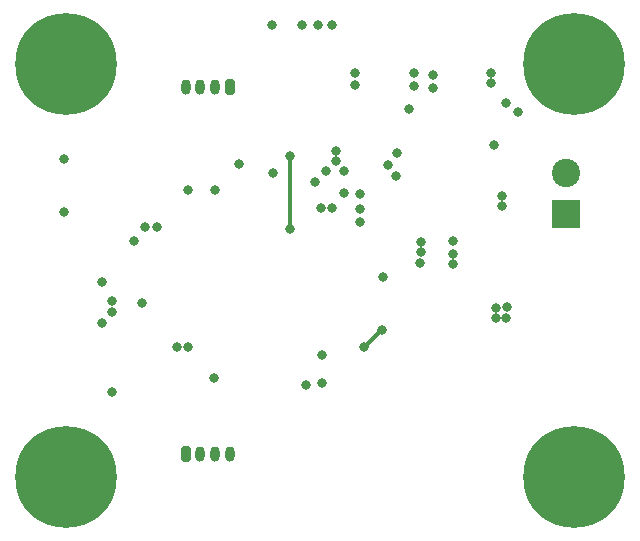
<source format=gbr>
%TF.GenerationSoftware,KiCad,Pcbnew,7.0.7*%
%TF.CreationDate,2023-10-16T17:07:58+03:00*%
%TF.ProjectId,custom_stm_design,63757374-6f6d-45f7-9374-6d5f64657369,rev?*%
%TF.SameCoordinates,Original*%
%TF.FileFunction,Copper,L4,Bot*%
%TF.FilePolarity,Positive*%
%FSLAX46Y46*%
G04 Gerber Fmt 4.6, Leading zero omitted, Abs format (unit mm)*
G04 Created by KiCad (PCBNEW 7.0.7) date 2023-10-16 17:07:58*
%MOMM*%
%LPD*%
G01*
G04 APERTURE LIST*
G04 Aperture macros list*
%AMRoundRect*
0 Rectangle with rounded corners*
0 $1 Rounding radius*
0 $2 $3 $4 $5 $6 $7 $8 $9 X,Y pos of 4 corners*
0 Add a 4 corners polygon primitive as box body*
4,1,4,$2,$3,$4,$5,$6,$7,$8,$9,$2,$3,0*
0 Add four circle primitives for the rounded corners*
1,1,$1+$1,$2,$3*
1,1,$1+$1,$4,$5*
1,1,$1+$1,$6,$7*
1,1,$1+$1,$8,$9*
0 Add four rect primitives between the rounded corners*
20,1,$1+$1,$2,$3,$4,$5,0*
20,1,$1+$1,$4,$5,$6,$7,0*
20,1,$1+$1,$6,$7,$8,$9,0*
20,1,$1+$1,$8,$9,$2,$3,0*%
G04 Aperture macros list end*
%TA.AperFunction,ComponentPad*%
%ADD10C,0.900000*%
%TD*%
%TA.AperFunction,ComponentPad*%
%ADD11C,8.600000*%
%TD*%
%TA.AperFunction,ComponentPad*%
%ADD12RoundRect,0.200000X-0.200000X-0.450000X0.200000X-0.450000X0.200000X0.450000X-0.200000X0.450000X0*%
%TD*%
%TA.AperFunction,ComponentPad*%
%ADD13O,0.800000X1.300000*%
%TD*%
%TA.AperFunction,ComponentPad*%
%ADD14R,2.400000X2.400000*%
%TD*%
%TA.AperFunction,ComponentPad*%
%ADD15C,2.400000*%
%TD*%
%TA.AperFunction,ComponentPad*%
%ADD16RoundRect,0.200000X0.200000X0.450000X-0.200000X0.450000X-0.200000X-0.450000X0.200000X-0.450000X0*%
%TD*%
%TA.AperFunction,ViaPad*%
%ADD17C,0.800000*%
%TD*%
%TA.AperFunction,Conductor*%
%ADD18C,0.300000*%
%TD*%
G04 APERTURE END LIST*
D10*
%TO.P,H4,1,1*%
%TO.N,GND*%
X81775000Y-106000000D03*
X82719581Y-103719581D03*
X82719581Y-108280419D03*
X85000000Y-102775000D03*
D11*
X85000000Y-106000000D03*
D10*
X85000000Y-109225000D03*
X87280419Y-103719581D03*
X87280419Y-108280419D03*
X88225000Y-106000000D03*
%TD*%
%TO.P,H2,1,1*%
%TO.N,GND*%
X124775000Y-106000000D03*
X125719581Y-103719581D03*
X125719581Y-108280419D03*
X128000000Y-102775000D03*
D11*
X128000000Y-106000000D03*
D10*
X128000000Y-109225000D03*
X130280419Y-103719581D03*
X130280419Y-108280419D03*
X131225000Y-106000000D03*
%TD*%
D12*
%TO.P,J5,1,Pin_1*%
%TO.N,+3.3V*%
X95125000Y-104050000D03*
D13*
%TO.P,J5,2,Pin_2*%
%TO.N,USART3_TX*%
X96375000Y-104050000D03*
%TO.P,J5,3,Pin_3*%
%TO.N,USART3_RX*%
X97625000Y-104050000D03*
%TO.P,J5,4,Pin_4*%
%TO.N,GND*%
X98875000Y-104050000D03*
%TD*%
D10*
%TO.P,H1,1,1*%
%TO.N,GND*%
X124775000Y-71000000D03*
X125719581Y-68719581D03*
X125719581Y-73280419D03*
X128000000Y-67775000D03*
D11*
X128000000Y-71000000D03*
D10*
X128000000Y-74225000D03*
X130280419Y-68719581D03*
X130280419Y-73280419D03*
X131225000Y-71000000D03*
%TD*%
%TO.P,H3,1,1*%
%TO.N,GND*%
X81775000Y-71000000D03*
X82719581Y-68719581D03*
X82719581Y-73280419D03*
X85000000Y-67775000D03*
D11*
X85000000Y-71000000D03*
D10*
X85000000Y-74225000D03*
X87280419Y-68719581D03*
X87280419Y-73280419D03*
X88225000Y-71000000D03*
%TD*%
D14*
%TO.P,J1,1,Pin_1*%
%TO.N,+12V*%
X127300000Y-83700000D03*
D15*
%TO.P,J1,2,Pin_2*%
%TO.N,GND*%
X127300000Y-80200000D03*
%TD*%
D16*
%TO.P,J3,1,Pin_1*%
%TO.N,+3.3V*%
X98875000Y-72950000D03*
D13*
%TO.P,J3,2,Pin_2*%
%TO.N,I2C1_SCL*%
X97625000Y-72950000D03*
%TO.P,J3,3,Pin_3*%
%TO.N,I2C1_SDA*%
X96375000Y-72950000D03*
%TO.P,J3,4,Pin_4*%
%TO.N,GND*%
X95125000Y-72950000D03*
%TD*%
D17*
%TO.N,GND*%
X106300000Y-67675000D03*
X105000000Y-67675000D03*
X102450000Y-67675000D03*
%TO.N,+3.3V*%
X107525000Y-67675000D03*
%TO.N,NRST*%
X103937853Y-78812853D03*
%TO.N,+3.3V*%
X92725000Y-84775000D03*
%TO.N,GND*%
X91700000Y-84775000D03*
X97650000Y-81650000D03*
%TO.N,+3.3V*%
X95350000Y-81700000D03*
%TO.N,GND*%
X88900000Y-92000000D03*
X88025000Y-92925000D03*
X107525000Y-83200000D03*
X121225000Y-77900000D03*
X105300000Y-98175000D03*
X109925000Y-84375000D03*
X111875000Y-89000000D03*
X121925000Y-83025000D03*
X121925000Y-82175000D03*
X109850000Y-83250000D03*
X109875000Y-82050000D03*
X107850000Y-79225000D03*
X108550000Y-81900000D03*
X108550000Y-80075000D03*
X107850000Y-78400000D03*
X113050000Y-78575000D03*
X114075000Y-74775000D03*
X116075000Y-73025000D03*
X116050000Y-71975000D03*
X109500000Y-72800000D03*
X109500000Y-71750000D03*
X84850000Y-83500000D03*
X90750000Y-86000000D03*
X88050000Y-89425000D03*
X88925000Y-91100000D03*
X91450000Y-91225000D03*
X95350000Y-95000000D03*
X94425000Y-95000000D03*
X106700000Y-97975000D03*
X122325000Y-91600000D03*
X121375000Y-91625000D03*
X121375000Y-92550000D03*
X122225000Y-92525000D03*
%TO.N,+3.3V*%
X123225000Y-75100000D03*
X112225000Y-79575000D03*
X106975000Y-80075000D03*
X117775000Y-87050000D03*
X117775000Y-87975000D03*
X117775000Y-86025000D03*
X99675000Y-79500000D03*
X114975000Y-87825000D03*
X115025000Y-86950000D03*
X115025000Y-86075000D03*
X106100000Y-80975000D03*
X102500000Y-80250000D03*
X84850000Y-79075000D03*
X114450000Y-72825000D03*
X88875000Y-98800000D03*
X121000000Y-71800000D03*
X97500000Y-97550000D03*
X114450000Y-71800000D03*
X120975000Y-72625000D03*
X106675000Y-95625000D03*
X106575000Y-83200000D03*
X112900000Y-80525000D03*
X122275000Y-74300000D03*
%TO.N,Net-(D2-K)*%
X110250000Y-95000000D03*
X111750000Y-93500000D03*
%TO.N,NRST*%
X104000000Y-85000000D03*
%TD*%
D18*
%TO.N,NRST*%
X104000000Y-78875000D02*
X103937853Y-78812853D01*
X104000000Y-85000000D02*
X104000000Y-78875000D01*
%TO.N,Net-(D2-K)*%
X111750000Y-93500000D02*
X110250000Y-95000000D01*
%TD*%
M02*

</source>
